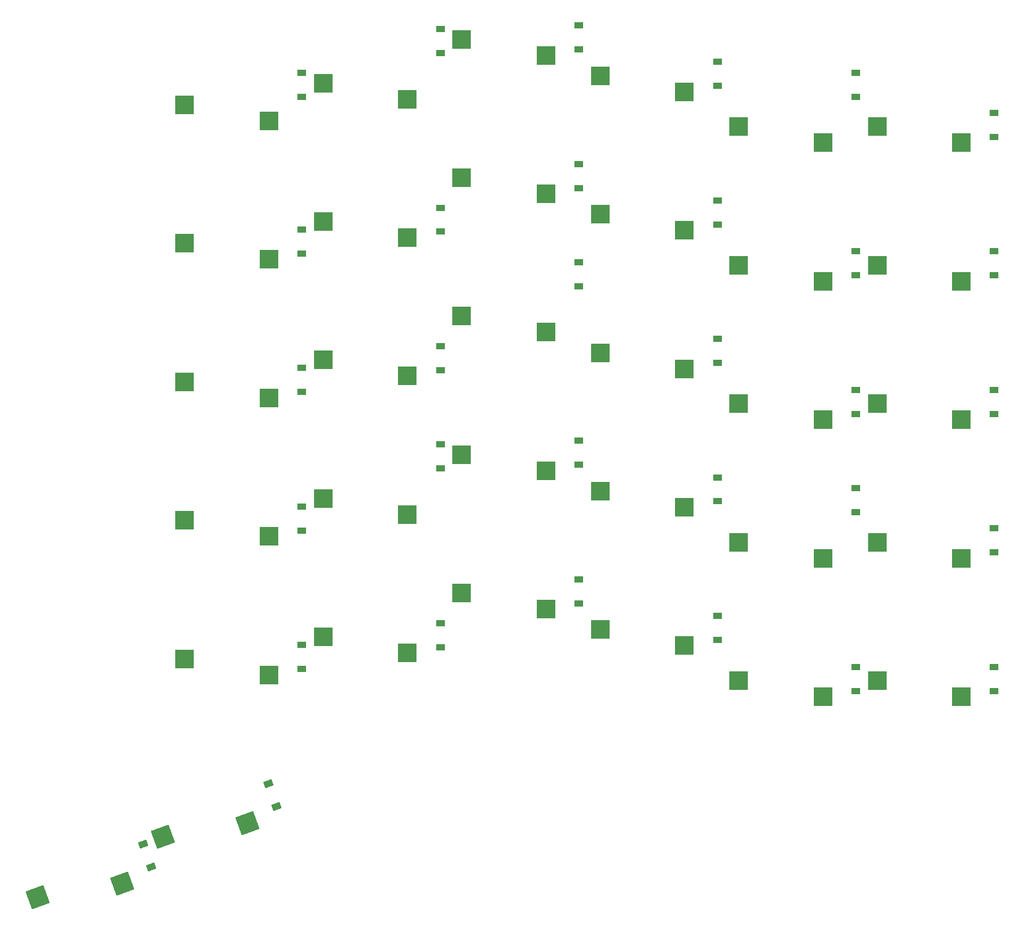
<source format=gbp>
%TF.GenerationSoftware,KiCad,Pcbnew,9.0.6*%
%TF.CreationDate,2025-11-12T17:31:49+01:00*%
%TF.ProjectId,right_finished,72696768-745f-4666-996e-69736865642e,1*%
%TF.SameCoordinates,Original*%
%TF.FileFunction,Paste,Bot*%
%TF.FilePolarity,Positive*%
%FSLAX46Y46*%
G04 Gerber Fmt 4.6, Leading zero omitted, Abs format (unit mm)*
G04 Created by KiCad (PCBNEW 9.0.6) date 2025-11-12 17:31:49*
%MOMM*%
%LPD*%
G01*
G04 APERTURE LIST*
G04 Aperture macros list*
%AMRotRect*
0 Rectangle, with rotation*
0 The origin of the aperture is its center*
0 $1 length*
0 $2 width*
0 $3 Rotation angle, in degrees counterclockwise*
0 Add horizontal line*
21,1,$1,$2,0,0,$3*%
G04 Aperture macros list end*
%ADD10R,1.200000X0.900000*%
%ADD11R,2.600000X2.600000*%
%ADD12RotRect,2.600000X2.600000X200.000000*%
%ADD13RotRect,0.900000X1.200000X290.000000*%
G04 APERTURE END LIST*
D10*
%TO.C,D11*%
X233025000Y-133400000D03*
X233025000Y-136700000D03*
%TD*%
%TO.C,D29*%
X195025000Y-90900000D03*
X195025000Y-94200000D03*
%TD*%
D11*
%TO.C,S27*%
X171500000Y-160500000D03*
X159950000Y-158300000D03*
%TD*%
D10*
%TO.C,D25*%
X252025000Y-153900000D03*
X252025000Y-157200000D03*
%TD*%
%TO.C,D7*%
X252025000Y-140400000D03*
X252025000Y-143700000D03*
%TD*%
D11*
%TO.C,S10*%
X247500000Y-106500000D03*
X235950000Y-104300000D03*
%TD*%
D10*
%TO.C,D14*%
X214025000Y-166400000D03*
X214025000Y-169700000D03*
%TD*%
%TO.C,D6*%
X252025000Y-178400000D03*
X252025000Y-181700000D03*
%TD*%
D11*
%TO.C,S21*%
X190500000Y-176500000D03*
X178950000Y-174300000D03*
%TD*%
D10*
%TO.C,D28*%
X195025000Y-147900000D03*
X195025000Y-151200000D03*
%TD*%
D11*
%TO.C,S28*%
X171500000Y-141500000D03*
X159950000Y-139300000D03*
%TD*%
D10*
%TO.C,D21*%
X176025000Y-175400000D03*
X176025000Y-178700000D03*
%TD*%
D11*
%TO.C,S13*%
X228500000Y-137500000D03*
X216950000Y-135300000D03*
%TD*%
%TO.C,S5*%
X266500000Y-106500000D03*
X254950000Y-104300000D03*
%TD*%
%TO.C,S19*%
X209500000Y-113500000D03*
X197950000Y-111300000D03*
%TD*%
%TO.C,S17*%
X209500000Y-151500000D03*
X197950000Y-149300000D03*
%TD*%
%TO.C,S6*%
X247500000Y-182500000D03*
X235950000Y-180300000D03*
%TD*%
D10*
%TO.C,D1*%
X271025000Y-178400000D03*
X271025000Y-181700000D03*
%TD*%
D11*
%TO.C,S26*%
X171500000Y-179500000D03*
X159950000Y-177300000D03*
%TD*%
D10*
%TO.C,D17*%
X214025000Y-90400000D03*
X214025000Y-93700000D03*
%TD*%
D11*
%TO.C,S8*%
X247500000Y-144500000D03*
X235950000Y-142300000D03*
%TD*%
%TO.C,S18*%
X209500000Y-132500000D03*
X197950000Y-130300000D03*
%TD*%
%TO.C,S22*%
X190500000Y-157500000D03*
X178950000Y-155300000D03*
%TD*%
D10*
%TO.C,D22*%
X176025000Y-156400000D03*
X176025000Y-159700000D03*
%TD*%
D11*
%TO.C,S1*%
X266500000Y-182500000D03*
X254950000Y-180300000D03*
%TD*%
%TO.C,S4*%
X266500000Y-125500000D03*
X254950000Y-123300000D03*
%TD*%
D12*
%TO.C,S31*%
X168587513Y-199871055D03*
X156981619Y-201754064D03*
%TD*%
D11*
%TO.C,S14*%
X228500000Y-118500000D03*
X216950000Y-116300000D03*
%TD*%
D10*
%TO.C,D23*%
X176025000Y-137400000D03*
X176025000Y-140700000D03*
%TD*%
%TO.C,D16*%
X214025000Y-109400000D03*
X214025000Y-112700000D03*
%TD*%
D13*
%TO.C,D31*%
X171437340Y-194470674D03*
X172566006Y-197571660D03*
%TD*%
D10*
%TO.C,D18*%
X195025000Y-172400000D03*
X195025000Y-175700000D03*
%TD*%
%TO.C,D3*%
X271025000Y-140400000D03*
X271025000Y-143700000D03*
%TD*%
D11*
%TO.C,S7*%
X247500000Y-163500000D03*
X235950000Y-161300000D03*
%TD*%
%TO.C,S15*%
X228500000Y-99500000D03*
X216950000Y-97300000D03*
%TD*%
%TO.C,S20*%
X209500000Y-94500000D03*
X197950000Y-92300000D03*
%TD*%
%TO.C,S3*%
X266500000Y-144500000D03*
X254950000Y-142300000D03*
%TD*%
D10*
%TO.C,D20*%
X195025000Y-115400000D03*
X195025000Y-118700000D03*
%TD*%
%TO.C,D19*%
X195025000Y-134400000D03*
X195025000Y-137700000D03*
%TD*%
%TO.C,D12*%
X233025000Y-114400000D03*
X233025000Y-117700000D03*
%TD*%
D11*
%TO.C,S2*%
X266500000Y-163500000D03*
X254950000Y-161300000D03*
%TD*%
D10*
%TO.C,D9*%
X233025000Y-171400000D03*
X233025000Y-174700000D03*
%TD*%
%TO.C,D27*%
X214025000Y-122900000D03*
X214025000Y-126200000D03*
%TD*%
%TO.C,D10*%
X233025000Y-152400000D03*
X233025000Y-155700000D03*
%TD*%
D11*
%TO.C,S30*%
X171500000Y-103500000D03*
X159950000Y-101300000D03*
%TD*%
%TO.C,S29*%
X171500000Y-122500000D03*
X159950000Y-120300000D03*
%TD*%
D10*
%TO.C,D13*%
X233025000Y-95400000D03*
X233025000Y-98700000D03*
%TD*%
D11*
%TO.C,S16*%
X209500000Y-170500000D03*
X197950000Y-168300000D03*
%TD*%
%TO.C,S24*%
X190500000Y-119500000D03*
X178950000Y-117300000D03*
%TD*%
D10*
%TO.C,D4*%
X271025000Y-121400000D03*
X271025000Y-124700000D03*
%TD*%
%TO.C,D2*%
X271025000Y-159400000D03*
X271025000Y-162700000D03*
%TD*%
D11*
%TO.C,S25*%
X190500000Y-100500000D03*
X178950000Y-98300000D03*
%TD*%
%TO.C,S23*%
X190500000Y-138500000D03*
X178950000Y-136300000D03*
%TD*%
%TO.C,S9*%
X247500000Y-125500000D03*
X235950000Y-123300000D03*
%TD*%
%TO.C,S12*%
X228500000Y-156500000D03*
X216950000Y-154300000D03*
%TD*%
D10*
%TO.C,D8*%
X252025000Y-121400000D03*
X252025000Y-124700000D03*
%TD*%
%TO.C,D5*%
X271025000Y-102400000D03*
X271025000Y-105700000D03*
%TD*%
D12*
%TO.C,S32*%
X151383192Y-208154854D03*
X139777298Y-210037863D03*
%TD*%
D10*
%TO.C,D26*%
X252025000Y-96900000D03*
X252025000Y-100200000D03*
%TD*%
%TO.C,D24*%
X176025000Y-118400000D03*
X176025000Y-121700000D03*
%TD*%
D11*
%TO.C,S11*%
X228500000Y-175500000D03*
X216950000Y-173300000D03*
%TD*%
D13*
%TO.C,D32*%
X154233018Y-202754473D03*
X155361684Y-205855459D03*
%TD*%
D10*
%TO.C,D15*%
X214025000Y-147400000D03*
X214025000Y-150700000D03*
%TD*%
%TO.C,D30*%
X176025000Y-96900000D03*
X176025000Y-100200000D03*
%TD*%
M02*

</source>
